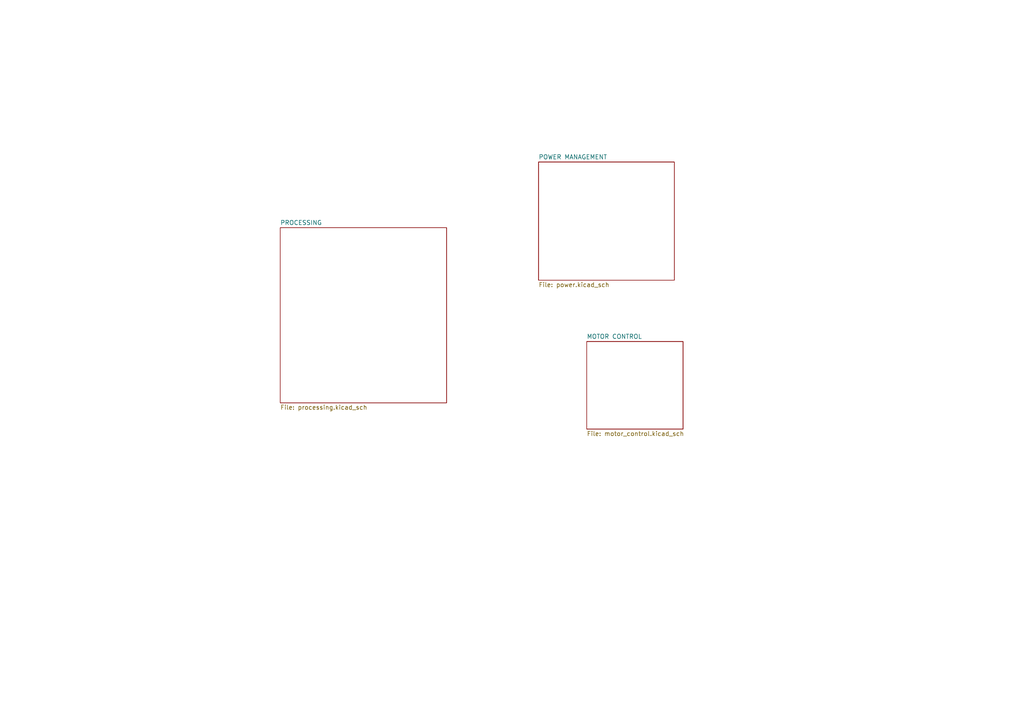
<source format=kicad_sch>
(kicad_sch (version 20230121) (generator eeschema)
  (paper "A4")
  (title_block (title "URONE") (date "2023-07-05") (rev "0") (company "Udestries"))
  (lib_symbols)
  (sheet (at 81.28 66.04) (size 48.26 50.8) (stroke (width 0.1524))
    (property "Sheetname" "PROCESSING" (at 81.28 65.3284 0) (effects (justify left bottom)))
    (property "Sheetfile" "processing.kicad_sch" (at 81.28 117.4246 0) (effects (justify left top)))
  )
  (sheet (at 170.18 99.06) (size 27.94 25.4) (stroke (width 0.1524))
    (property "Sheetname" "MOTOR CONTROL" (at 170.18 98.3484 0) (effects (justify left bottom)))
    (property "Sheetfile" "motor_control.kicad_sch" (at 170.18 125.0446 0) (effects (justify left top)))
  )
  (sheet (at 156.21 46.99) (size 39.37 34.29) (stroke (width 0.1524))
    (property "Sheetname" "POWER MANAGEMENT" (at 156.21 46.2784 0) (effects (justify left bottom)))
    (property "Sheetfile" "power.kicad_sch" (at 156.21 81.8646 0) (effects (justify left top)))
  )
)
</source>
